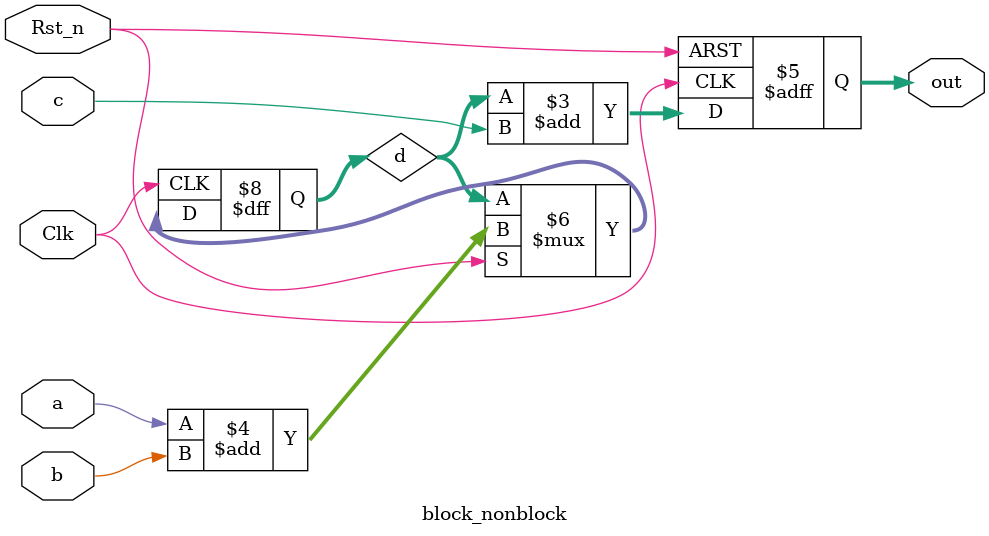
<source format=v>
/***************************************************
*	Module Name		:	block_nonblock		   
*	Engineer		:	小梅哥
*	Target Device	:	EP4CE10F17C8
*	Tool versions	:	Quartus II 13.0
*	Create Date		:	2017-3-31
*	Revision		:	v1.0
*	Description		:   阻塞赋值与非阻塞赋值设计与比较
**************************************************/

//请按照书中所说，依次选择每一种方式进行仿真，查看波形

/*
module block_nonblock(Clk,Rst_n,a,b,c,out);

	input Clk;
	input Rst_n;
	input a,b,c;
	output reg [1:0]out;
	    reg [1:0] d;    
    always@(posedge Clk or negedge Rst_n)
    if(!Rst_n)
        out = 2'b0;
    else begin
        
        out = d + c;
		  d  = a + b ;
    end  

	
endmodule

*/
/* 
module block_nonblock(Clk,Rst_n,a,b,c,out);

	input Clk;
	input Rst_n;
	input a,b,c;
	output reg [1:0]out;
	
	//out = a + b + c;
	
	//d = a+b;
	//out = d + c;
	
	reg [1:0] d;
	
	always@(posedge Clk or negedge Rst_n)
	if(!Rst_n)
		out <= 2'b0;
	else begin
		out <= a + b + c;
	end
	
endmodule


*/
module block_nonblock(Clk,Rst_n,a,b,c,out);

	input Clk;
	input Rst_n;
	input a,b,c;
	output reg [1:0]out;
	
	reg [1:0] d;
	always@(posedge Clk or negedge Rst_n)
	if(!Rst_n)
		out <=  2'b0;
	else begin	
        out <= d + c;
        d  <= a + b;
		
	end
	
endmodule

</source>
